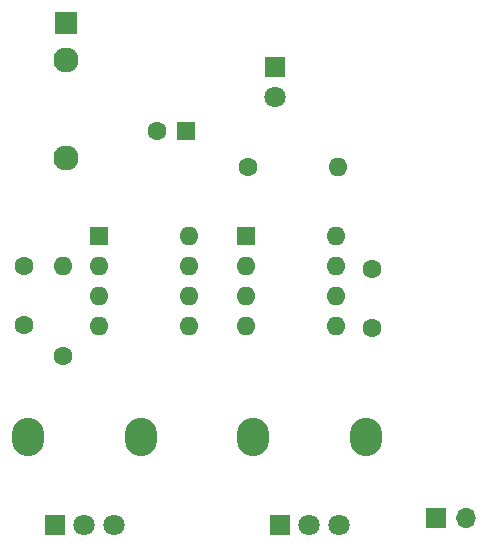
<source format=gbr>
%TF.GenerationSoftware,KiCad,Pcbnew,6.0.8+dfsg-1~bpo11+1*%
%TF.CreationDate,2022-10-27T04:09:56+08:00*%
%TF.ProjectId,SynthCard,53796e74-6843-4617-9264-2e6b69636164,rev?*%
%TF.SameCoordinates,Original*%
%TF.FileFunction,Soldermask,Top*%
%TF.FilePolarity,Negative*%
%FSLAX46Y46*%
G04 Gerber Fmt 4.6, Leading zero omitted, Abs format (unit mm)*
G04 Created by KiCad (PCBNEW 6.0.8+dfsg-1~bpo11+1) date 2022-10-27 04:09:56*
%MOMM*%
%LPD*%
G01*
G04 APERTURE LIST*
%ADD10C,1.600000*%
%ADD11O,1.600000X1.600000*%
%ADD12R,1.600000X1.600000*%
%ADD13R,1.800000X1.800000*%
%ADD14C,1.800000*%
%ADD15R,1.930000X1.830000*%
%ADD16C,2.130000*%
%ADD17O,2.720000X3.240000*%
%ADD18R,1.700000X1.700000*%
%ADD19O,1.700000X1.700000*%
G04 APERTURE END LIST*
D10*
%TO.C,R1*%
X107696000Y-107188000D03*
D11*
X107696000Y-99568000D03*
%TD*%
D10*
%TO.C,C1*%
X104394000Y-99608000D03*
X104394000Y-104608000D03*
%TD*%
D12*
%TO.C,U1*%
X110754000Y-97038000D03*
D11*
X110754000Y-99578000D03*
X110754000Y-102118000D03*
X110754000Y-104658000D03*
X118374000Y-104658000D03*
X118374000Y-102118000D03*
X118374000Y-99578000D03*
X118374000Y-97038000D03*
%TD*%
D13*
%TO.C,D1*%
X125600000Y-82725000D03*
D14*
X125600000Y-85265000D03*
%TD*%
D12*
%TO.C,C3*%
X118110000Y-88138000D03*
D10*
X115610000Y-88138000D03*
%TD*%
D15*
%TO.C,J2*%
X107950000Y-79056000D03*
D16*
X107950000Y-90456000D03*
X107950000Y-82156000D03*
%TD*%
D12*
%TO.C,U2*%
X123200000Y-97038000D03*
D11*
X123200000Y-99578000D03*
X123200000Y-102118000D03*
X123200000Y-104658000D03*
X130820000Y-104658000D03*
X130820000Y-102118000D03*
X130820000Y-99578000D03*
X130820000Y-97038000D03*
%TD*%
D10*
%TO.C,C2*%
X133858000Y-99862000D03*
X133858000Y-104862000D03*
%TD*%
%TO.C,R2*%
X123290000Y-91200000D03*
D11*
X130910000Y-91200000D03*
%TD*%
D17*
%TO.C,RV2*%
X123724000Y-114049000D03*
X133324000Y-114049000D03*
D13*
X126024000Y-121549000D03*
D14*
X128524000Y-121549000D03*
X131024000Y-121549000D03*
%TD*%
D17*
%TO.C,RV1*%
X104674000Y-114049000D03*
X114274000Y-114049000D03*
D13*
X106974000Y-121549000D03*
D14*
X109474000Y-121549000D03*
X111974000Y-121549000D03*
%TD*%
D18*
%TO.C,BT1*%
X139225000Y-120900000D03*
D19*
X141765000Y-120900000D03*
%TD*%
M02*

</source>
